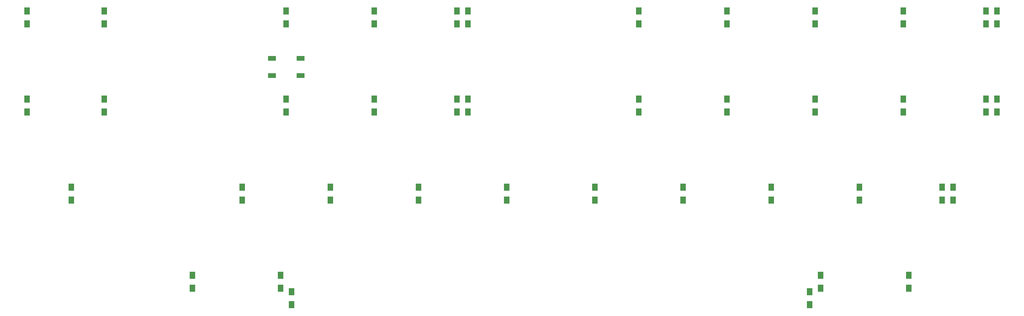
<source format=gbr>
%TF.GenerationSoftware,KiCad,Pcbnew,(5.1.9)-1*%
%TF.CreationDate,2021-08-20T11:03:29-07:00*%
%TF.ProjectId,Ingot,496e676f-742e-46b6-9963-61645f706362,rev?*%
%TF.SameCoordinates,Original*%
%TF.FileFunction,Paste,Bot*%
%TF.FilePolarity,Positive*%
%FSLAX46Y46*%
G04 Gerber Fmt 4.6, Leading zero omitted, Abs format (unit mm)*
G04 Created by KiCad (PCBNEW (5.1.9)-1) date 2021-08-20 11:03:29*
%MOMM*%
%LPD*%
G01*
G04 APERTURE LIST*
%ADD10R,1.800000X1.100000*%
%ADD11R,1.200000X1.600000*%
G04 APERTURE END LIST*
D10*
%TO.C,RESET1*%
X95969140Y-41012680D03*
X89769140Y-41012680D03*
X95969140Y-44712680D03*
X89769140Y-44712680D03*
%TD*%
D11*
%TO.C,D41*%
X227410330Y-90697250D03*
X227410330Y-87897250D03*
%TD*%
%TO.C,D40*%
X208360250Y-90697250D03*
X208360250Y-87897250D03*
%TD*%
%TO.C,D39*%
X205978990Y-94269140D03*
X205978990Y-91469140D03*
%TD*%
%TO.C,D38*%
X94059770Y-94269140D03*
X94059770Y-91469140D03*
%TD*%
%TO.C,D37*%
X91678510Y-90697250D03*
X91678510Y-87897250D03*
%TD*%
%TO.C,D36*%
X72628430Y-90697250D03*
X72628430Y-87897250D03*
%TD*%
%TO.C,D35*%
X236935370Y-71647170D03*
X236935370Y-68847170D03*
%TD*%
%TO.C,D34*%
X234554110Y-71647170D03*
X234554110Y-68847170D03*
%TD*%
%TO.C,D33*%
X216694660Y-71647170D03*
X216694660Y-68847170D03*
%TD*%
%TO.C,D32*%
X197644580Y-71647170D03*
X197644580Y-68847170D03*
%TD*%
%TO.C,D31*%
X178594500Y-71647170D03*
X178594500Y-68847170D03*
%TD*%
%TO.C,D30*%
X159544420Y-71647170D03*
X159544420Y-68847170D03*
%TD*%
%TO.C,D29*%
X140494340Y-71647170D03*
X140494340Y-68847170D03*
%TD*%
%TO.C,D28*%
X121444260Y-71647170D03*
X121444260Y-68847170D03*
%TD*%
%TO.C,D27*%
X102394180Y-71647170D03*
X102394180Y-68847170D03*
%TD*%
%TO.C,D26*%
X83344100Y-71647170D03*
X83344100Y-68847170D03*
%TD*%
%TO.C,D25*%
X46434570Y-71647170D03*
X46434570Y-68847170D03*
%TD*%
%TO.C,D24*%
X246460410Y-52597090D03*
X246460410Y-49797090D03*
%TD*%
%TO.C,D23*%
X244079150Y-52597090D03*
X244079150Y-49797090D03*
%TD*%
%TO.C,D22*%
X226219700Y-52597090D03*
X226219700Y-49797090D03*
%TD*%
%TO.C,D21*%
X207169620Y-52597090D03*
X207169620Y-49797090D03*
%TD*%
%TO.C,D20*%
X188119540Y-52597090D03*
X188119540Y-49797090D03*
%TD*%
%TO.C,D19*%
X169069460Y-52597090D03*
X169069460Y-49797090D03*
%TD*%
%TO.C,D18*%
X132159930Y-52597090D03*
X132159930Y-49797090D03*
%TD*%
%TO.C,D17*%
X129778670Y-52597090D03*
X129778670Y-49797090D03*
%TD*%
%TO.C,D16*%
X111919220Y-52597090D03*
X111919220Y-49797090D03*
%TD*%
%TO.C,D15*%
X92869140Y-52597090D03*
X92869140Y-49797090D03*
%TD*%
%TO.C,D14*%
X53578350Y-52597090D03*
X53578350Y-49797090D03*
%TD*%
%TO.C,D13*%
X36909530Y-52597090D03*
X36909530Y-49797090D03*
%TD*%
%TO.C,D12*%
X246460410Y-33547010D03*
X246460410Y-30747010D03*
%TD*%
%TO.C,D11*%
X244079150Y-33547010D03*
X244079150Y-30747010D03*
%TD*%
%TO.C,D10*%
X226219700Y-33547010D03*
X226219700Y-30747010D03*
%TD*%
%TO.C,D9*%
X207169620Y-33547010D03*
X207169620Y-30747010D03*
%TD*%
%TO.C,D8*%
X188119540Y-33547010D03*
X188119540Y-30747010D03*
%TD*%
%TO.C,D7*%
X169069460Y-33547010D03*
X169069460Y-30747010D03*
%TD*%
%TO.C,D6*%
X132159930Y-33547010D03*
X132159930Y-30747010D03*
%TD*%
%TO.C,D5*%
X129778670Y-33547010D03*
X129778670Y-30747010D03*
%TD*%
%TO.C,D4*%
X111919220Y-33547010D03*
X111919220Y-30747010D03*
%TD*%
%TO.C,D3*%
X92869140Y-33547010D03*
X92869140Y-30747010D03*
%TD*%
%TO.C,D2*%
X53578350Y-33547010D03*
X53578350Y-30747010D03*
%TD*%
%TO.C,D1*%
X36909530Y-33547010D03*
X36909530Y-30747010D03*
%TD*%
M02*

</source>
